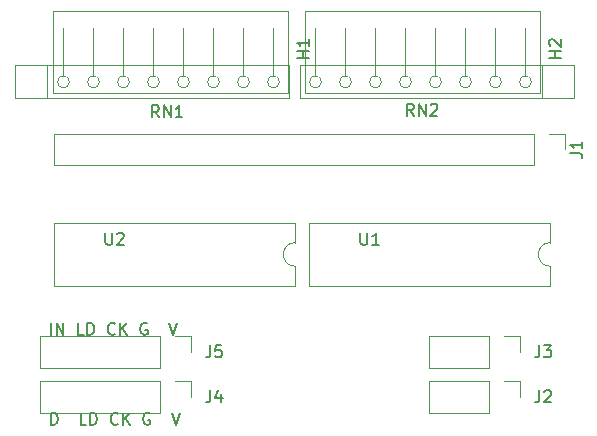
<source format=gbr>
%TF.GenerationSoftware,KiCad,Pcbnew,(5.1.9)-1*%
%TF.CreationDate,2021-09-05T12:09:16+09:00*%
%TF.ProjectId,joystick-input,6a6f7973-7469-4636-9b2d-696e7075742e,rev?*%
%TF.SameCoordinates,Original*%
%TF.FileFunction,Legend,Top*%
%TF.FilePolarity,Positive*%
%FSLAX46Y46*%
G04 Gerber Fmt 4.6, Leading zero omitted, Abs format (unit mm)*
G04 Created by KiCad (PCBNEW (5.1.9)-1) date 2021-09-05 12:09:16*
%MOMM*%
%LPD*%
G01*
G04 APERTURE LIST*
%ADD10C,0.150000*%
%ADD11C,0.120000*%
G04 APERTURE END LIST*
D10*
X117810595Y-60142380D02*
X117810595Y-59142380D01*
X118286785Y-60142380D02*
X118286785Y-59142380D01*
X118858214Y-60142380D01*
X118858214Y-59142380D01*
X120572500Y-60142380D02*
X120096309Y-60142380D01*
X120096309Y-59142380D01*
X120905833Y-60142380D02*
X120905833Y-59142380D01*
X121143928Y-59142380D01*
X121286785Y-59190000D01*
X121382023Y-59285238D01*
X121429642Y-59380476D01*
X121477261Y-59570952D01*
X121477261Y-59713809D01*
X121429642Y-59904285D01*
X121382023Y-59999523D01*
X121286785Y-60094761D01*
X121143928Y-60142380D01*
X120905833Y-60142380D01*
X123239166Y-60047142D02*
X123191547Y-60094761D01*
X123048690Y-60142380D01*
X122953452Y-60142380D01*
X122810595Y-60094761D01*
X122715357Y-59999523D01*
X122667738Y-59904285D01*
X122620119Y-59713809D01*
X122620119Y-59570952D01*
X122667738Y-59380476D01*
X122715357Y-59285238D01*
X122810595Y-59190000D01*
X122953452Y-59142380D01*
X123048690Y-59142380D01*
X123191547Y-59190000D01*
X123239166Y-59237619D01*
X123667738Y-60142380D02*
X123667738Y-59142380D01*
X124239166Y-60142380D02*
X123810595Y-59570952D01*
X124239166Y-59142380D02*
X123667738Y-59713809D01*
X125953452Y-59190000D02*
X125858214Y-59142380D01*
X125715357Y-59142380D01*
X125572500Y-59190000D01*
X125477261Y-59285238D01*
X125429642Y-59380476D01*
X125382023Y-59570952D01*
X125382023Y-59713809D01*
X125429642Y-59904285D01*
X125477261Y-59999523D01*
X125572500Y-60094761D01*
X125715357Y-60142380D01*
X125810595Y-60142380D01*
X125953452Y-60094761D01*
X126001071Y-60047142D01*
X126001071Y-59713809D01*
X125810595Y-59713809D01*
X127810595Y-59142380D02*
X128143928Y-60142380D01*
X128477261Y-59142380D01*
X117810595Y-67762380D02*
X117810595Y-66762380D01*
X118048690Y-66762380D01*
X118191547Y-66810000D01*
X118286785Y-66905238D01*
X118334404Y-67000476D01*
X118382023Y-67190952D01*
X118382023Y-67333809D01*
X118334404Y-67524285D01*
X118286785Y-67619523D01*
X118191547Y-67714761D01*
X118048690Y-67762380D01*
X117810595Y-67762380D01*
X120810595Y-67762380D02*
X120334404Y-67762380D01*
X120334404Y-66762380D01*
X121143928Y-67762380D02*
X121143928Y-66762380D01*
X121382023Y-66762380D01*
X121524880Y-66810000D01*
X121620119Y-66905238D01*
X121667738Y-67000476D01*
X121715357Y-67190952D01*
X121715357Y-67333809D01*
X121667738Y-67524285D01*
X121620119Y-67619523D01*
X121524880Y-67714761D01*
X121382023Y-67762380D01*
X121143928Y-67762380D01*
X123477261Y-67667142D02*
X123429642Y-67714761D01*
X123286785Y-67762380D01*
X123191547Y-67762380D01*
X123048690Y-67714761D01*
X122953452Y-67619523D01*
X122905833Y-67524285D01*
X122858214Y-67333809D01*
X122858214Y-67190952D01*
X122905833Y-67000476D01*
X122953452Y-66905238D01*
X123048690Y-66810000D01*
X123191547Y-66762380D01*
X123286785Y-66762380D01*
X123429642Y-66810000D01*
X123477261Y-66857619D01*
X123905833Y-67762380D02*
X123905833Y-66762380D01*
X124477261Y-67762380D02*
X124048690Y-67190952D01*
X124477261Y-66762380D02*
X123905833Y-67333809D01*
X126191547Y-66810000D02*
X126096309Y-66762380D01*
X125953452Y-66762380D01*
X125810595Y-66810000D01*
X125715357Y-66905238D01*
X125667738Y-67000476D01*
X125620119Y-67190952D01*
X125620119Y-67333809D01*
X125667738Y-67524285D01*
X125715357Y-67619523D01*
X125810595Y-67714761D01*
X125953452Y-67762380D01*
X126048690Y-67762380D01*
X126191547Y-67714761D01*
X126239166Y-67667142D01*
X126239166Y-67333809D01*
X126048690Y-67333809D01*
X128048690Y-66762380D02*
X128382023Y-67762380D01*
X128715357Y-66762380D01*
D11*
%TO.C,H2*%
X140208000Y-38227000D02*
X140208000Y-34163000D01*
X142748000Y-38227000D02*
X142748000Y-34163000D01*
X157988000Y-38227000D02*
X157988000Y-34163000D01*
X155448000Y-38227000D02*
X155448000Y-34163000D01*
X152908000Y-38227000D02*
X152908000Y-34163000D01*
X150368000Y-38227000D02*
X150368000Y-34163000D01*
X147828000Y-38227000D02*
X147828000Y-34163000D01*
X145288000Y-38227000D02*
X145288000Y-34163000D01*
X158496000Y-38735000D02*
G75*
G03*
X158496000Y-38735000I-508000J0D01*
G01*
X155956000Y-38735000D02*
G75*
G03*
X155956000Y-38735000I-508000J0D01*
G01*
X153416000Y-38735000D02*
G75*
G03*
X153416000Y-38735000I-508000J0D01*
G01*
X150876000Y-38735000D02*
G75*
G03*
X150876000Y-38735000I-508000J0D01*
G01*
X148336000Y-38735000D02*
G75*
G03*
X148336000Y-38735000I-508000J0D01*
G01*
X145796000Y-38735000D02*
G75*
G03*
X145796000Y-38735000I-508000J0D01*
G01*
X143256000Y-38735000D02*
G75*
G03*
X143256000Y-38735000I-508000J0D01*
G01*
X140716000Y-38735000D02*
G75*
G03*
X140716000Y-38735000I-508000J0D01*
G01*
X159258000Y-39635000D02*
X139308000Y-39635000D01*
X159258000Y-32735000D02*
X159258000Y-39635000D01*
X139308000Y-32735000D02*
X159258000Y-32735000D01*
X139308000Y-39635000D02*
X139308000Y-32735000D01*
%TO.C,H1*%
X118872000Y-38227000D02*
X118872000Y-34163000D01*
X121412000Y-38227000D02*
X121412000Y-34163000D01*
X136652000Y-38227000D02*
X136652000Y-34163000D01*
X134112000Y-38227000D02*
X134112000Y-34163000D01*
X131572000Y-38227000D02*
X131572000Y-34163000D01*
X129032000Y-38227000D02*
X129032000Y-34163000D01*
X126492000Y-38227000D02*
X126492000Y-34163000D01*
X123952000Y-38227000D02*
X123952000Y-34163000D01*
X137160000Y-38735000D02*
G75*
G03*
X137160000Y-38735000I-508000J0D01*
G01*
X134620000Y-38735000D02*
G75*
G03*
X134620000Y-38735000I-508000J0D01*
G01*
X132080000Y-38735000D02*
G75*
G03*
X132080000Y-38735000I-508000J0D01*
G01*
X129540000Y-38735000D02*
G75*
G03*
X129540000Y-38735000I-508000J0D01*
G01*
X127000000Y-38735000D02*
G75*
G03*
X127000000Y-38735000I-508000J0D01*
G01*
X124460000Y-38735000D02*
G75*
G03*
X124460000Y-38735000I-508000J0D01*
G01*
X121920000Y-38735000D02*
G75*
G03*
X121920000Y-38735000I-508000J0D01*
G01*
X119380000Y-38735000D02*
G75*
G03*
X119380000Y-38735000I-508000J0D01*
G01*
X137922000Y-39635000D02*
X117972000Y-39635000D01*
X137922000Y-32735000D02*
X137922000Y-39635000D01*
X117972000Y-32735000D02*
X137922000Y-32735000D01*
X117972000Y-39635000D02*
X117972000Y-32735000D01*
%TO.C,U1*%
X160080000Y-55990000D02*
X160080000Y-54340000D01*
X139640000Y-55990000D02*
X160080000Y-55990000D01*
X139640000Y-50690000D02*
X139640000Y-55990000D01*
X160080000Y-50690000D02*
X139640000Y-50690000D01*
X160080000Y-52340000D02*
X160080000Y-50690000D01*
X160080000Y-54340000D02*
G75*
G02*
X160080000Y-52340000I0J1000000D01*
G01*
%TO.C,J1*%
X118050000Y-43120000D02*
X118050000Y-45780000D01*
X158750000Y-43120000D02*
X118050000Y-43120000D01*
X158750000Y-45780000D02*
X118050000Y-45780000D01*
X158750000Y-43120000D02*
X158750000Y-45780000D01*
X160020000Y-43120000D02*
X161350000Y-43120000D01*
X161350000Y-43120000D02*
X161350000Y-44450000D01*
%TO.C,RN1*%
X117475000Y-37335000D02*
X117475000Y-40135000D01*
X137965000Y-37335000D02*
X114765000Y-37335000D01*
X137965000Y-40135000D02*
X137965000Y-37335000D01*
X114765000Y-40135000D02*
X137965000Y-40135000D01*
X114765000Y-37335000D02*
X114765000Y-40135000D01*
%TO.C,J3*%
X157540000Y-60265000D02*
X157540000Y-61595000D01*
X156210000Y-60265000D02*
X157540000Y-60265000D01*
X154940000Y-60265000D02*
X154940000Y-62925000D01*
X154940000Y-62925000D02*
X149800000Y-62925000D01*
X154940000Y-60265000D02*
X149800000Y-60265000D01*
X149800000Y-60265000D02*
X149800000Y-62925000D01*
%TO.C,J2*%
X157540000Y-64075000D02*
X157540000Y-65405000D01*
X156210000Y-64075000D02*
X157540000Y-64075000D01*
X154940000Y-64075000D02*
X154940000Y-66735000D01*
X154940000Y-66735000D02*
X149800000Y-66735000D01*
X154940000Y-64075000D02*
X149800000Y-64075000D01*
X149800000Y-64075000D02*
X149800000Y-66735000D01*
%TO.C,U2*%
X138490000Y-52340000D02*
X138490000Y-50690000D01*
X138490000Y-50690000D02*
X118050000Y-50690000D01*
X118050000Y-50690000D02*
X118050000Y-55990000D01*
X118050000Y-55990000D02*
X138490000Y-55990000D01*
X138490000Y-55990000D02*
X138490000Y-54340000D01*
X138490000Y-54340000D02*
G75*
G02*
X138490000Y-52340000I0J1000000D01*
G01*
%TO.C,RN2*%
X159385000Y-40135000D02*
X159385000Y-37335000D01*
X138895000Y-40135000D02*
X162095000Y-40135000D01*
X138895000Y-37335000D02*
X138895000Y-40135000D01*
X162095000Y-37335000D02*
X138895000Y-37335000D01*
X162095000Y-40135000D02*
X162095000Y-37335000D01*
%TO.C,J4*%
X129679999Y-64075000D02*
X129679999Y-65405000D01*
X128349999Y-64075000D02*
X129679999Y-64075000D01*
X127079999Y-64075000D02*
X127079999Y-66735000D01*
X127079999Y-66735000D02*
X116859999Y-66735000D01*
X127079999Y-64075000D02*
X116859999Y-64075000D01*
X116859999Y-64075000D02*
X116859999Y-66735000D01*
%TO.C,J5*%
X116859999Y-60265000D02*
X116859999Y-62925000D01*
X127079999Y-60265000D02*
X116859999Y-60265000D01*
X127079999Y-62925000D02*
X116859999Y-62925000D01*
X127079999Y-60265000D02*
X127079999Y-62925000D01*
X128349999Y-60265000D02*
X129679999Y-60265000D01*
X129679999Y-60265000D02*
X129679999Y-61595000D01*
%TO.C,H2*%
D10*
X160980380Y-36696904D02*
X159980380Y-36696904D01*
X160456571Y-36696904D02*
X160456571Y-36125476D01*
X160980380Y-36125476D02*
X159980380Y-36125476D01*
X160075619Y-35696904D02*
X160028000Y-35649285D01*
X159980380Y-35554047D01*
X159980380Y-35315952D01*
X160028000Y-35220714D01*
X160075619Y-35173095D01*
X160170857Y-35125476D01*
X160266095Y-35125476D01*
X160408952Y-35173095D01*
X160980380Y-35744523D01*
X160980380Y-35125476D01*
%TO.C,H1*%
X139644380Y-36696904D02*
X138644380Y-36696904D01*
X139120571Y-36696904D02*
X139120571Y-36125476D01*
X139644380Y-36125476D02*
X138644380Y-36125476D01*
X139644380Y-35125476D02*
X139644380Y-35696904D01*
X139644380Y-35411190D02*
X138644380Y-35411190D01*
X138787238Y-35506428D01*
X138882476Y-35601666D01*
X138930095Y-35696904D01*
%TO.C,U1*%
X144018095Y-51522380D02*
X144018095Y-52331904D01*
X144065714Y-52427142D01*
X144113333Y-52474761D01*
X144208571Y-52522380D01*
X144399047Y-52522380D01*
X144494285Y-52474761D01*
X144541904Y-52427142D01*
X144589523Y-52331904D01*
X144589523Y-51522380D01*
X145589523Y-52522380D02*
X145018095Y-52522380D01*
X145303809Y-52522380D02*
X145303809Y-51522380D01*
X145208571Y-51665238D01*
X145113333Y-51760476D01*
X145018095Y-51808095D01*
%TO.C,J1*%
X161802380Y-44783333D02*
X162516666Y-44783333D01*
X162659523Y-44830952D01*
X162754761Y-44926190D01*
X162802380Y-45069047D01*
X162802380Y-45164285D01*
X162802380Y-43783333D02*
X162802380Y-44354761D01*
X162802380Y-44069047D02*
X161802380Y-44069047D01*
X161945238Y-44164285D01*
X162040476Y-44259523D01*
X162088095Y-44354761D01*
%TO.C,RN1*%
X126944523Y-41727380D02*
X126611190Y-41251190D01*
X126373095Y-41727380D02*
X126373095Y-40727380D01*
X126754047Y-40727380D01*
X126849285Y-40775000D01*
X126896904Y-40822619D01*
X126944523Y-40917857D01*
X126944523Y-41060714D01*
X126896904Y-41155952D01*
X126849285Y-41203571D01*
X126754047Y-41251190D01*
X126373095Y-41251190D01*
X127373095Y-41727380D02*
X127373095Y-40727380D01*
X127944523Y-41727380D01*
X127944523Y-40727380D01*
X128944523Y-41727380D02*
X128373095Y-41727380D01*
X128658809Y-41727380D02*
X128658809Y-40727380D01*
X128563571Y-40870238D01*
X128468333Y-40965476D01*
X128373095Y-41013095D01*
%TO.C,J3*%
X159161309Y-61047380D02*
X159161309Y-61761666D01*
X159113690Y-61904523D01*
X159018452Y-61999761D01*
X158875595Y-62047380D01*
X158780357Y-62047380D01*
X159542261Y-61047380D02*
X160161309Y-61047380D01*
X159827976Y-61428333D01*
X159970833Y-61428333D01*
X160066071Y-61475952D01*
X160113690Y-61523571D01*
X160161309Y-61618809D01*
X160161309Y-61856904D01*
X160113690Y-61952142D01*
X160066071Y-61999761D01*
X159970833Y-62047380D01*
X159685119Y-62047380D01*
X159589880Y-61999761D01*
X159542261Y-61952142D01*
%TO.C,J2*%
X159161309Y-64857380D02*
X159161309Y-65571666D01*
X159113690Y-65714523D01*
X159018452Y-65809761D01*
X158875595Y-65857380D01*
X158780357Y-65857380D01*
X159589880Y-64952619D02*
X159637500Y-64905000D01*
X159732738Y-64857380D01*
X159970833Y-64857380D01*
X160066071Y-64905000D01*
X160113690Y-64952619D01*
X160161309Y-65047857D01*
X160161309Y-65143095D01*
X160113690Y-65285952D01*
X159542261Y-65857380D01*
X160161309Y-65857380D01*
%TO.C,U2*%
X122428095Y-51522380D02*
X122428095Y-52331904D01*
X122475714Y-52427142D01*
X122523333Y-52474761D01*
X122618571Y-52522380D01*
X122809047Y-52522380D01*
X122904285Y-52474761D01*
X122951904Y-52427142D01*
X122999523Y-52331904D01*
X122999523Y-51522380D01*
X123428095Y-51617619D02*
X123475714Y-51570000D01*
X123570952Y-51522380D01*
X123809047Y-51522380D01*
X123904285Y-51570000D01*
X123951904Y-51617619D01*
X123999523Y-51712857D01*
X123999523Y-51808095D01*
X123951904Y-51950952D01*
X123380476Y-52522380D01*
X123999523Y-52522380D01*
%TO.C,RN2*%
X148534523Y-41587380D02*
X148201190Y-41111190D01*
X147963095Y-41587380D02*
X147963095Y-40587380D01*
X148344047Y-40587380D01*
X148439285Y-40635000D01*
X148486904Y-40682619D01*
X148534523Y-40777857D01*
X148534523Y-40920714D01*
X148486904Y-41015952D01*
X148439285Y-41063571D01*
X148344047Y-41111190D01*
X147963095Y-41111190D01*
X148963095Y-41587380D02*
X148963095Y-40587380D01*
X149534523Y-41587380D01*
X149534523Y-40587380D01*
X149963095Y-40682619D02*
X150010714Y-40635000D01*
X150105952Y-40587380D01*
X150344047Y-40587380D01*
X150439285Y-40635000D01*
X150486904Y-40682619D01*
X150534523Y-40777857D01*
X150534523Y-40873095D01*
X150486904Y-41015952D01*
X149915476Y-41587380D01*
X150534523Y-41587380D01*
%TO.C,J4*%
X131301308Y-64857380D02*
X131301308Y-65571666D01*
X131253689Y-65714523D01*
X131158451Y-65809761D01*
X131015594Y-65857380D01*
X130920356Y-65857380D01*
X132206070Y-65190714D02*
X132206070Y-65857380D01*
X131967975Y-64809761D02*
X131729879Y-65524047D01*
X132348927Y-65524047D01*
%TO.C,J5*%
X131301308Y-61047380D02*
X131301308Y-61761666D01*
X131253689Y-61904523D01*
X131158451Y-61999761D01*
X131015594Y-62047380D01*
X130920356Y-62047380D01*
X132253689Y-61047380D02*
X131777499Y-61047380D01*
X131729879Y-61523571D01*
X131777499Y-61475952D01*
X131872737Y-61428333D01*
X132110832Y-61428333D01*
X132206070Y-61475952D01*
X132253689Y-61523571D01*
X132301308Y-61618809D01*
X132301308Y-61856904D01*
X132253689Y-61952142D01*
X132206070Y-61999761D01*
X132110832Y-62047380D01*
X131872737Y-62047380D01*
X131777499Y-61999761D01*
X131729879Y-61952142D01*
%TD*%
M02*

</source>
